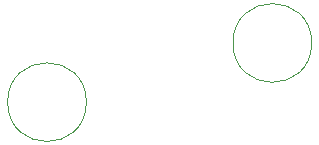
<source format=gbr>
G04 DipTrace 3.0.0.1*
G04 TopAssy.gbr*
%MOIN*%
G04 #@! TF.FileFunction,Drawing,Top*
G04 #@! TF.Part,Single*
%ADD24C,0.000131*%
%FSLAX26Y26*%
G04*
G70*
G90*
G75*
G01*
G04 TopAssy*
%LPD*%
X1646719Y1040551D2*
D24*
G02X1646719Y1040551I131234J0D01*
G01*
X895538Y843307D2*
G02X895538Y843307I131234J0D01*
G01*
M02*

</source>
